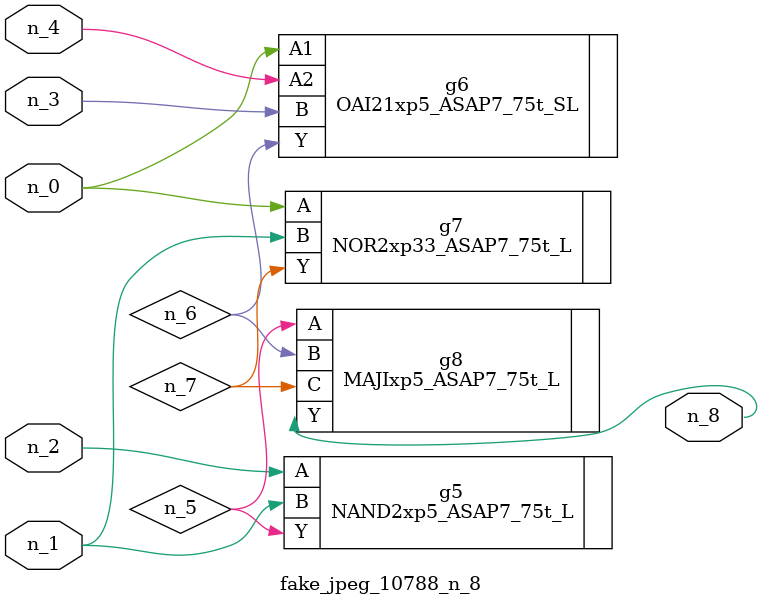
<source format=v>
module fake_jpeg_10788_n_8 (n_3, n_2, n_1, n_0, n_4, n_8);

input n_3;
input n_2;
input n_1;
input n_0;
input n_4;

output n_8;

wire n_6;
wire n_5;
wire n_7;

NAND2xp5_ASAP7_75t_L g5 ( 
.A(n_2),
.B(n_1),
.Y(n_5)
);

OAI21xp5_ASAP7_75t_SL g6 ( 
.A1(n_0),
.A2(n_4),
.B(n_3),
.Y(n_6)
);

NOR2xp33_ASAP7_75t_L g7 ( 
.A(n_0),
.B(n_1),
.Y(n_7)
);

MAJIxp5_ASAP7_75t_L g8 ( 
.A(n_5),
.B(n_6),
.C(n_7),
.Y(n_8)
);


endmodule
</source>
